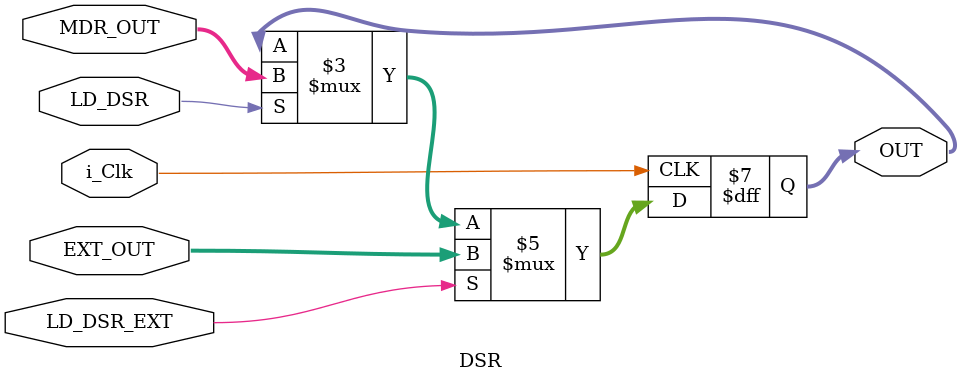
<source format=v>
module REGFILE(input i_Clk,
               input [2:0] DR,
               input LD_REG,
               input [2:0] SR1_SEL,
               input [2:0] SR2_SEL,
               input [15:0] BUS_OUT,
               output reg [15:0] SR1_OUT = 16'h0000,
               output reg [15:0] SR2_OUT = 16'h0000,
               output [15:0] debug_r0,
               output [15:0] debug_r1,
               output [15:0] debug_r2,
               output [15:0] debug_r3,
               output [15:0] debug_r4,
               output [15:0] debug_r5,
               output [15:0] debug_r6,
               output [15:0] debug_r7);

    // GP registers
    reg [15:0] r0 = 16'h0058;
    reg [15:0] r1 = 16'hff00;
    reg [15:0] r2 = 16'h0001;
    reg [15:0] r3 = 16'h0002;
    reg [15:0] r4 = 16'h0000;
    reg [15:0] r5 = 16'h0000;
    reg [15:0] r6 = 16'h0000;
    reg [15:0] r7 = 16'h0000;
    
    assign debug_r0 = r0;
    assign debug_r1 = r1;
    assign debug_r2 = r2;
    assign debug_r3 = r3;
    assign debug_r4 = r4;
    assign debug_r5 = r5;
    assign debug_r6 = r6;
    assign debug_r7 = r7;
    
    // LD_REG 
    always @(posedge i_Clk)
        begin
            if(LD_REG)
                begin
                    case (DR)
                    3'b000:
                        r0 <= BUS_OUT;
                    3'b001:
                        r1 <= BUS_OUT;
                    3'b010:
                        r2 <= BUS_OUT;
                    3'b011:
                        r3 <= BUS_OUT;
                    3'b100:
                        r4 <= BUS_OUT;
                    3'b101:
                        r5 <= BUS_OUT;
                    3'b110:
                        r6 <= BUS_OUT;
                    3'b111:
                        r7 <= BUS_OUT;
                    endcase
                end
        end

    // SR1 MUX
    always@(*)
        begin
            case (SR1_SEL)
            3'b000:
                SR1_OUT <= r0;
            3'b001:
                SR1_OUT <= r1;
            3'b010:
                SR1_OUT <= r2;
            3'b011:
                SR1_OUT <= r3;
            3'b100:
                SR1_OUT <= r4;
            3'b101:
                SR1_OUT <= r5;
            3'b110:
                SR1_OUT <= r6;
            3'b111:
                SR1_OUT <= r7;  
            endcase
        end
    
    // SR2 MUX
    always@(*)
        begin
            case (SR2_SEL)
            3'b000:
                SR2_OUT <= r0;
            3'b001:
                SR2_OUT <= r1;
            3'b010:
                SR2_OUT <= r2;
            3'b011:
                SR2_OUT <= r3;
            3'b100:
                SR2_OUT <= r4;
            3'b101:
                SR2_OUT <= r5;
            3'b110:
                SR2_OUT <= r6;
            3'b111:
                SR2_OUT <= r7;  
            endcase
        end
endmodule

module PC(input i_Clk,
          input LD_PC,
          input [15:0] PCMUX_OUT,
          output reg [15:0] OUT = 16'h0000);
          
    always @(posedge i_Clk)
        begin
            if(LD_PC) OUT <= PCMUX_OUT;   
        end
endmodule

module IR(input i_Clk,
          input LD_IR,
          input [15:0] BUS,
          output reg [15:0] OUT = 16'h0000);


    always @(posedge i_Clk)
        begin
            if(LD_IR) OUT <= BUS;
        end
endmodule

module MAR(input i_Clk,
           input LD_MAR,
           input [15:0] BUS_OUT,
           output reg [15:0] OUT = 16'h0000);

    always @(posedge i_Clk)
        begin
            if(LD_MAR) OUT <= BUS_OUT;
        end
endmodule

module MDR(input i_Clk,
           input LD_MDR,
           input [15:0] MIOMUX_OUT,
           output reg [15:0] OUT = 16'h0000);

    always @(posedge i_Clk)
        begin
            if(LD_MDR) OUT <= MIOMUX_OUT;
        end
endmodule
// For SRs basic flow will be:
// 0 - No data being requested/outputted (nothing to be done) <Host signal>
// 1 - Awaiting Data in XX DR                                 <Host signal> now input/output device acts
// 2 - Data loaded in/out XX DR from input/output device      <Input device signal> after input/output device is done
// The address control unit 

module KBDR(input i_Clk,
            input [15:0] EXT_OUT,
            output reg [15:0] OUT = 16'h0000);

    always @(posedge i_Clk)
        begin
            OUT <= EXT_OUT;
        end
endmodule

module KBSR(input i_Clk,
            input LD_KBSR,
            input LD_KBSR_EXT,
            input [15:0] MDR_OUT,
            input [15:0] EXT_OUT,
            output reg [15:0] OUT = 16'h0000);
    always @(posedge i_Clk)
        begin
            if(LD_KBSR) OUT <= MDR_OUT;
            else if(LD_KBSR_EXT) OUT <= EXT_OUT;
        end
endmodule

module DDR(input i_Clk,
           input LD_DDR,
           input [15:0] MDR_OUT,
           output reg [15:0] OUT = 16'h0000);

    always @(posedge i_Clk)
        begin
            if(LD_DDR) OUT <= MDR_OUT;
        end
endmodule

module DSR(input i_Clk,
           input LD_DSR,
           input LD_DSR_EXT,
           input [15:0] MDR_OUT,
           input [15:0] EXT_OUT,
           output reg [15:0] OUT = 16'h0000);

    always @(posedge i_Clk)
        begin
            if(LD_DSR) OUT <= MDR_OUT;
            if(LD_DSR_EXT) OUT <= EXT_OUT;
        end
endmodule






</source>
